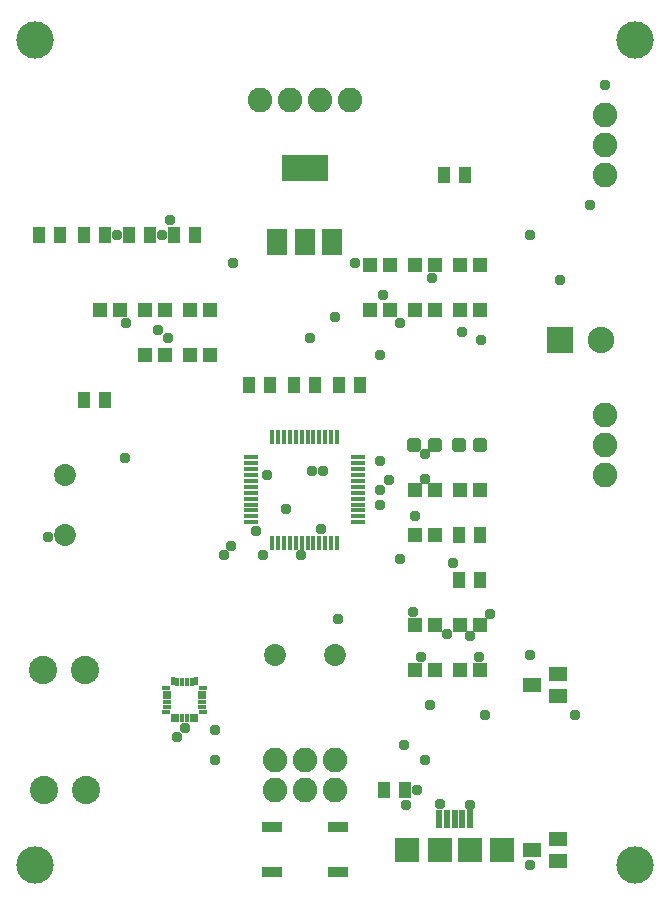
<source format=gts>
G75*
%MOIN*%
%OFA0B0*%
%FSLAX25Y25*%
%IPPOS*%
%LPD*%
%AMOC8*
5,1,8,0,0,1.08239X$1,22.5*
%
%ADD10C,0.12414*%
%ADD11R,0.05131X0.04737*%
%ADD12R,0.03950X0.05524*%
%ADD13C,0.01990*%
%ADD14C,0.08200*%
%ADD15R,0.01587X0.04737*%
%ADD16R,0.04737X0.01587*%
%ADD17R,0.02178X0.06312*%
%ADD18R,0.07887X0.08280*%
%ADD19R,0.08280X0.08280*%
%ADD20C,0.09400*%
%ADD21R,0.08800X0.08800*%
%ADD22C,0.08800*%
%ADD23R,0.06312X0.04737*%
%ADD24R,0.02749X0.01784*%
%ADD25R,0.03162X0.01784*%
%ADD26R,0.01784X0.02749*%
%ADD27R,0.01784X0.03162*%
%ADD28R,0.00409X0.01783*%
%ADD29R,0.01783X0.00409*%
%ADD30C,0.07300*%
%ADD31R,0.06706X0.08674*%
%ADD32R,0.15761X0.08674*%
%ADD33R,0.06800X0.03800*%
%ADD34C,0.03778*%
D10*
X0041300Y0061300D03*
X0241300Y0061300D03*
X0241300Y0336300D03*
X0041300Y0336300D03*
D11*
X0062954Y0246300D03*
X0069646Y0246300D03*
X0077954Y0246300D03*
X0084646Y0246300D03*
X0092954Y0246300D03*
X0099646Y0246300D03*
X0099646Y0231300D03*
X0092954Y0231300D03*
X0084646Y0231300D03*
X0077954Y0231300D03*
X0152954Y0246300D03*
X0159646Y0246300D03*
X0167954Y0246300D03*
X0174646Y0246300D03*
X0182954Y0246300D03*
X0189646Y0246300D03*
X0189646Y0261300D03*
X0182954Y0261300D03*
X0174646Y0261300D03*
X0167954Y0261300D03*
X0159646Y0261300D03*
X0152954Y0261300D03*
X0167954Y0186300D03*
X0174646Y0186300D03*
X0182954Y0186300D03*
X0189646Y0186300D03*
X0174646Y0171300D03*
X0167954Y0171300D03*
X0167954Y0141300D03*
X0174646Y0141300D03*
X0182954Y0141300D03*
X0189646Y0141300D03*
X0189646Y0126300D03*
X0182954Y0126300D03*
X0174646Y0126300D03*
X0167954Y0126300D03*
D12*
X0182757Y0156300D03*
X0189843Y0156300D03*
X0189843Y0171300D03*
X0182757Y0171300D03*
X0149843Y0221300D03*
X0142757Y0221300D03*
X0134843Y0221300D03*
X0127757Y0221300D03*
X0119843Y0221300D03*
X0112757Y0221300D03*
X0094843Y0271300D03*
X0087757Y0271300D03*
X0079843Y0271300D03*
X0072757Y0271300D03*
X0064843Y0271300D03*
X0057757Y0271300D03*
X0049843Y0271300D03*
X0042757Y0271300D03*
X0057757Y0216300D03*
X0064843Y0216300D03*
X0157757Y0086300D03*
X0164843Y0086300D03*
X0177757Y0291300D03*
X0184843Y0291300D03*
D13*
X0181474Y0202673D02*
X0181474Y0199927D01*
X0181474Y0202673D02*
X0184220Y0202673D01*
X0184220Y0199927D01*
X0181474Y0199927D01*
X0181474Y0201817D02*
X0184220Y0201817D01*
X0188380Y0202673D02*
X0188380Y0199927D01*
X0188380Y0202673D02*
X0191126Y0202673D01*
X0191126Y0199927D01*
X0188380Y0199927D01*
X0188380Y0201817D02*
X0191126Y0201817D01*
X0173380Y0202673D02*
X0173380Y0199927D01*
X0173380Y0202673D02*
X0176126Y0202673D01*
X0176126Y0199927D01*
X0173380Y0199927D01*
X0173380Y0201817D02*
X0176126Y0201817D01*
X0166474Y0202673D02*
X0166474Y0199927D01*
X0166474Y0202673D02*
X0169220Y0202673D01*
X0169220Y0199927D01*
X0166474Y0199927D01*
X0166474Y0201817D02*
X0169220Y0201817D01*
D14*
X0231300Y0201300D03*
X0231300Y0191300D03*
X0231300Y0211300D03*
X0231300Y0291300D03*
X0231300Y0301300D03*
X0231300Y0311300D03*
X0146300Y0316300D03*
X0136300Y0316300D03*
X0126300Y0316300D03*
X0116300Y0316300D03*
X0121300Y0096300D03*
X0121300Y0086300D03*
X0131300Y0086300D03*
X0131300Y0096300D03*
X0141300Y0096300D03*
X0141300Y0086300D03*
D15*
X0142127Y0168583D03*
X0140158Y0168583D03*
X0138190Y0168583D03*
X0136221Y0168583D03*
X0134253Y0168583D03*
X0132284Y0168583D03*
X0130316Y0168583D03*
X0128347Y0168583D03*
X0126379Y0168583D03*
X0124410Y0168583D03*
X0122442Y0168583D03*
X0120473Y0168583D03*
X0120473Y0204017D03*
X0122442Y0204017D03*
X0124410Y0204017D03*
X0126379Y0204017D03*
X0128347Y0204017D03*
X0130316Y0204017D03*
X0132284Y0204017D03*
X0134253Y0204017D03*
X0136221Y0204017D03*
X0138190Y0204017D03*
X0140158Y0204017D03*
X0142127Y0204017D03*
D16*
X0149017Y0197127D03*
X0149017Y0195158D03*
X0149017Y0193190D03*
X0149017Y0191221D03*
X0149017Y0189253D03*
X0149017Y0187284D03*
X0149017Y0185316D03*
X0149017Y0183347D03*
X0149017Y0181379D03*
X0149017Y0179410D03*
X0149017Y0177442D03*
X0149017Y0175473D03*
X0113583Y0175473D03*
X0113583Y0177442D03*
X0113583Y0179410D03*
X0113583Y0181379D03*
X0113583Y0183347D03*
X0113583Y0185316D03*
X0113583Y0187284D03*
X0113583Y0189253D03*
X0113583Y0191221D03*
X0113583Y0193190D03*
X0113583Y0195158D03*
X0113583Y0197127D03*
D17*
X0176182Y0076733D03*
X0178741Y0076733D03*
X0181300Y0076733D03*
X0183859Y0076733D03*
X0186418Y0076733D03*
D18*
X0197048Y0066300D03*
X0165552Y0066300D03*
D19*
X0176300Y0066300D03*
X0186300Y0066300D03*
D20*
X0058387Y0086300D03*
X0044607Y0086300D03*
X0044213Y0126300D03*
X0057993Y0126300D03*
D21*
X0216300Y0236300D03*
D22*
X0230080Y0236300D03*
D23*
X0215631Y0125040D03*
X0215631Y0117560D03*
X0206969Y0121300D03*
X0215631Y0070040D03*
X0215631Y0062560D03*
X0206969Y0066300D03*
D24*
X0097412Y0112363D03*
X0097412Y0120237D03*
X0085188Y0120237D03*
X0085188Y0112363D03*
D25*
X0085394Y0113938D03*
X0085394Y0115513D03*
X0085394Y0117087D03*
X0085394Y0118662D03*
X0097206Y0118662D03*
X0097206Y0117087D03*
X0097206Y0115513D03*
X0097206Y0113938D03*
D26*
X0095237Y0110188D03*
X0087363Y0110188D03*
X0087363Y0122412D03*
X0095237Y0122412D03*
D27*
X0093662Y0122206D03*
X0092087Y0122206D03*
X0090513Y0122206D03*
X0088938Y0122206D03*
X0088938Y0110394D03*
X0090513Y0110394D03*
X0092087Y0110394D03*
X0093662Y0110394D03*
D28*
X0095831Y0112365D03*
X0095831Y0120235D03*
X0086769Y0120235D03*
X0086769Y0112365D03*
D29*
X0087365Y0111769D03*
X0095235Y0111769D03*
X0095235Y0120831D03*
X0087365Y0120831D03*
D30*
X0121300Y0131300D03*
X0141300Y0131300D03*
X0051300Y0171300D03*
X0051300Y0191300D03*
D31*
X0122245Y0268898D03*
X0131300Y0268898D03*
X0140355Y0268898D03*
D32*
X0131300Y0293702D03*
D33*
X0120300Y0073800D03*
X0120300Y0058800D03*
X0142300Y0058800D03*
X0142300Y0073800D03*
D34*
X0165161Y0081300D03*
X0168800Y0086300D03*
X0176300Y0081578D03*
X0186300Y0081300D03*
X0171300Y0096300D03*
X0164425Y0101300D03*
X0173175Y0114425D03*
X0170050Y0130675D03*
X0178800Y0138175D03*
X0186300Y0137550D03*
X0189425Y0130675D03*
X0193175Y0145050D03*
X0206300Y0131300D03*
X0191300Y0111300D03*
X0167550Y0145675D03*
X0163175Y0163175D03*
X0168175Y0177550D03*
X0171300Y0190050D03*
X0171300Y0198175D03*
X0159425Y0189425D03*
X0156300Y0186300D03*
X0156300Y0181300D03*
X0156300Y0195786D03*
X0137550Y0192550D03*
X0133800Y0192550D03*
X0125050Y0180050D03*
X0115050Y0172550D03*
X0117550Y0164425D03*
X0106925Y0167550D03*
X0104425Y0164425D03*
X0118800Y0191300D03*
X0136925Y0173175D03*
X0130050Y0164425D03*
X0142550Y0143175D03*
X0180675Y0161925D03*
X0221300Y0111300D03*
X0206300Y0061300D03*
X0101300Y0096300D03*
X0101300Y0106300D03*
X0091300Y0106925D03*
X0088800Y0103800D03*
X0045675Y0170675D03*
X0071300Y0196925D03*
X0085675Y0236925D03*
X0082550Y0239425D03*
X0071925Y0241925D03*
X0068800Y0271300D03*
X0083800Y0271300D03*
X0086300Y0276300D03*
X0107550Y0261925D03*
X0133175Y0236925D03*
X0141300Y0243800D03*
X0148175Y0261925D03*
X0157550Y0251300D03*
X0163175Y0241925D03*
X0156300Y0231300D03*
X0173800Y0256925D03*
X0183800Y0238800D03*
X0190050Y0236300D03*
X0206300Y0271300D03*
X0216300Y0256300D03*
X0226300Y0281300D03*
X0231300Y0321300D03*
M02*

</source>
